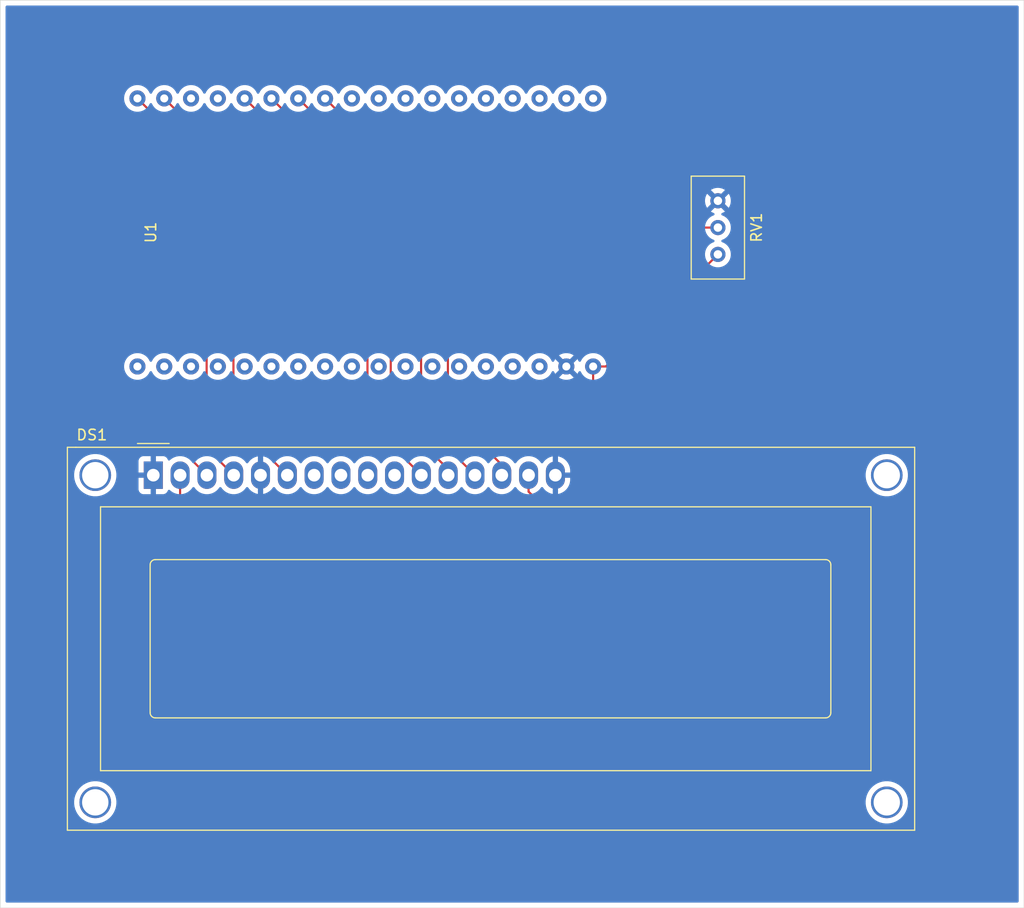
<source format=kicad_pcb>
(kicad_pcb (version 20241229) (generator "pcbnew") (generator_version "9.0")
  (layers (0 "F.Cu" signal) (2 "B.Cu" signal) (13 "F.Paste" user) (15 "B.Paste" user) (5 "F.SilkS" user "F.Silkscreen") (7 "B.SilkS" user "B.Silkscreen") (1 "F.Mask" user) (3 "B.Mask" user) (25 "Edge.Cuts" user))
  (net 0 "")
  (net 2 "Net-(DS1-E)")
  (net 3 "Net-(DS1-D6)")
  (net 6 "Net-(DS1-LED(+))")
  (net 7 "Net-(DS1-RS)")
  (net 8 "Net-(DS1-D5)")
  (net 9 "Net-(DS1-D4)")
  (net 10 "Net-(DS1-VO)")
  (net 12 "Net-(DS1-D7)")
  (net 41 "GND")
  (footprint "Potentiometer_THT:Potentiometer_Bourns_3296W_Vertical" (layer "F.Cu") (at 246.5 55.08 -90)
    (property "Reference" "RV1" (at -2.54 -3.66 90) (layer "F.SilkS"))
    (property "Value" "10k")
    (fp_line (start -7.415 2.53) (end -7.415 -2.52) (stroke (width 0.12)) (layer "F.SilkS"))
    (fp_line (start 2.335 2.53) (end -7.415 2.53) (stroke (width 0.12)) (layer "F.SilkS"))
    (fp_line (start -7.415 -2.52) (end 2.335 -2.52) (stroke (width 0.12)) (layer "F.SilkS"))
    (fp_line (start 2.335 -2.52) (end 2.335 2.53) (stroke (width 0.12)) (layer "F.SilkS"))
    (pad "1" thru_hole circle (at 0 0 270) (size 1.44 1.44) (drill 0.8) (layers "*.Cu" "*.Mask") (net 6 "Net-(DS1-LED(+))"))
    (pad "2" thru_hole circle (at -2.54 0 270) (size 1.44 1.44) (drill 0.8) (layers "*.Cu" "*.Mask") (net 10 "Net-(DS1-VO)"))
    (pad "3" thru_hole circle (at -5.08 0 270) (size 1.44 1.44) (drill 0.8) (layers "*.Cu" "*.Mask") (net 41 "GND"))
  )
  (footprint "doit-esp32-devkit-kicad:ESP32-DOIT-DEVKIT" (layer "F.Cu") (at 188.9575 53 90)
    (property "Reference" "U1" (at 0 3.81 90) (layer "F.SilkS"))
    (property "Value" "DOIT-ESP32-DEVKIT-V1")
    (pad "1" thru_hole circle (at -12.7 2.54 90) (size 1.524 1.524) (drill 0.762) (layers "*.Cu" "*.Mask"))
    (pad "2" thru_hole circle (at -12.7 5.08 90) (size 1.524 1.524) (drill 0.762) (layers "*.Cu" "*.Mask"))
    (pad "3" thru_hole circle (at -12.7 7.62 90) (size 1.524 1.524) (drill 0.762) (layers "*.Cu" "*.Mask"))
    (pad "4" thru_hole circle (at -12.7 10.16 90) (size 1.524 1.524) (drill 0.762) (layers "*.Cu" "*.Mask"))
    (pad "5" thru_hole circle (at -12.7 12.7 90) (size 1.524 1.524) (drill 0.762) (layers "*.Cu" "*.Mask"))
    (pad "6" thru_hole circle (at -12.7 15.24 90) (size 1.524 1.524) (drill 0.762) (layers "*.Cu" "*.Mask"))
    (pad "7" thru_hole circle (at -12.7 17.78 90) (size 1.524 1.524) (drill 0.762) (layers "*.Cu" "*.Mask"))
    (pad "8" thru_hole circle (at -12.7 20.32 90) (size 1.524 1.524) (drill 0.762) (layers "*.Cu" "*.Mask"))
    (pad "9" thru_hole circle (at -12.7 22.86 90) (size 1.524 1.524) (drill 0.762) (layers "*.Cu" "*.Mask"))
    (pad "10" thru_hole circle (at -12.7 25.4 90) (size 1.524 1.524) (drill 0.762) (layers "*.Cu" "*.Mask"))
    (pad "11" thru_hole circle (at -12.7 27.94 90) (size 1.524 1.524) (drill 0.762) (layers "*.Cu" "*.Mask"))
    (pad "12" thru_hole circle (at -12.7 30.48 90) (size 1.524 1.524) (drill 0.762) (layers "*.Cu" "*.Mask"))
    (pad "13" thru_hole circle (at -12.7 33.02 90) (size 1.524 1.524) (drill 0.762) (layers "*.Cu" "*.Mask"))
    (pad "14" thru_hole circle (at -12.7 35.56 90) (size 1.524 1.524) (drill 0.762) (layers "*.Cu" "*.Mask"))
    (pad "15" thru_hole circle (at -12.7 38.1 90) (size 1.524 1.524) (drill 0.762) (layers "*.Cu" "*.Mask"))
    (pad "16" thru_hole circle (at -12.7 40.64 90) (size 1.524 1.524) (drill 0.762) (layers "*.Cu" "*.Mask"))
    (pad "17" thru_hole circle (at -12.7 43.18 90) (size 1.524 1.524) (drill 0.762) (layers "*.Cu" "*.Mask") (net 41 "GND"))
    (pad "18" thru_hole circle (at -12.7 45.72 90) (size 1.524 1.524) (drill 0.762) (layers "*.Cu" "*.Mask") (net 6 "Net-(DS1-LED(+))"))
    (pad "19" thru_hole circle (at 12.7 45.72 90) (size 1.524 1.524) (drill 0.762) (layers "*.Cu" "*.Mask"))
    (pad "20" thru_hole circle (at 12.7 43.18 90) (size 1.524 1.524) (drill 0.762) (layers "*.Cu" "*.Mask"))
    (pad "21" thru_hole circle (at 12.7 40.64 90) (size 1.524 1.524) (drill 0.762) (layers "*.Cu" "*.Mask"))
    (pad "22" thru_hole circle (at 12.7 38.1 90) (size 1.524 1.524) (drill 0.762) (layers "*.Cu" "*.Mask"))
    (pad "23" thru_hole circle (at 12.7 35.56 90) (size 1.524 1.524) (drill 0.762) (layers "*.Cu" "*.Mask"))
    (pad "24" thru_hole circle (at 12.7 33.02 90) (size 1.524 1.524) (drill 0.762) (layers "*.Cu" "*.Mask"))
    (pad "25" thru_hole circle (at 12.7 30.48 90) (size 1.524 1.524) (drill 0.762) (layers "*.Cu" "*.Mask"))
    (pad "26" thru_hole circle (at 12.7 27.94 90) (size 1.524 1.524) (drill 0.762) (layers "*.Cu" "*.Mask"))
    (pad "27" thru_hole circle (at 12.7 25.4 90) (size 1.524 1.524) (drill 0.762) (layers "*.Cu" "*.Mask"))
    (pad "28" thru_hole circle (at 12.7 22.86 90) (size 1.524 1.524) (drill 0.762) (layers "*.Cu" "*.Mask"))
    (pad "29" thru_hole circle (at 12.7 20.32 90) (size 1.524 1.524) (drill 0.762) (layers "*.Cu" "*.Mask") (net 12 "Net-(DS1-D7)"))
    (pad "30" thru_hole circle (at 12.7 17.78 90) (size 1.524 1.524) (drill 0.762) (layers "*.Cu" "*.Mask") (net 3 "Net-(DS1-D6)"))
    (pad "31" thru_hole circle (at 12.7 15.24 90) (size 1.524 1.524) (drill 0.762) (layers "*.Cu" "*.Mask") (net 8 "Net-(DS1-D5)"))
    (pad "32" thru_hole circle (at 12.7 12.7 90) (size 1.524 1.524) (drill 0.762) (layers "*.Cu" "*.Mask") (net 9 "Net-(DS1-D4)"))
    (pad "33" thru_hole circle (at 12.7 10.16 90) (size 1.524 1.524) (drill 0.762) (layers "*.Cu" "*.Mask"))
    (pad "34" thru_hole circle (at 12.7 7.62 90) (size 1.524 1.524) (drill 0.762) (layers "*.Cu" "*.Mask"))
    (pad "35" thru_hole circle (at 12.7 5.08 90) (size 1.524 1.524) (drill 0.762) (layers "*.Cu" "*.Mask") (net 2 "Net-(DS1-E)"))
    (pad "36" thru_hole circle (at 12.7 2.54 90) (size 1.524 1.524) (drill 0.762) (layers "*.Cu" "*.Mask") (net 7 "Net-(DS1-RS)"))
  )
  (footprint "Display:WC1602A" (layer "F.Cu") (at 193.00052 75.9993)
    (property "Reference" "DS1" (at -5.82 -3.81 0) (layer "F.SilkS"))
    (property "Value" "WC1602A")
    (fp_line (start -8.14 -2.64) (end -8.14 33.64) (stroke (width 0.12)) (layer "F.SilkS"))
    (fp_line (start -8.14 33.64) (end 72.14 33.64) (stroke (width 0.12)) (layer "F.SilkS"))
    (fp_line (start -8.13 -2.64) (end -7.34 -2.64) (stroke (width 0.12)) (layer "F.SilkS"))
    (fp_line (start -5 3) (end 68 3) (stroke (width 0.12)) (layer "F.SilkS"))
    (fp_line (start -5 28) (end -5 3) (stroke (width 0.12)) (layer "F.SilkS"))
    (fp_line (start -1.5 -3) (end 1.5 -3) (stroke (width 0.12)) (layer "F.SilkS"))
    (fp_line (start -0.29972 22.49932) (end -0.29972 8.5) (stroke (width 0.12)) (layer "F.SilkS"))
    (fp_line (start 0.2 8) (end 63.7 8) (stroke (width 0.12)) (layer "F.SilkS"))
    (fp_line (start 63.70066 23) (end 0.2 23) (stroke (width 0.12)) (layer "F.SilkS"))
    (fp_line (start 64.2 8.5) (end 64.2 22.5) (stroke (width 0.12)) (layer "F.SilkS"))
    (fp_line (start 68 3) (end 68 28) (stroke (width 0.12)) (layer "F.SilkS"))
    (fp_line (start 68 28) (end -5 28) (stroke (width 0.12)) (layer "F.SilkS"))
    (fp_line (start 72.14 -2.64) (end -7.34 -2.64) (stroke (width 0.12)) (layer "F.SilkS"))
    (fp_line (start 72.14 33.64) (end 72.14 -2.64) (stroke (width 0.12)) (layer "F.SilkS"))
    (fp_arc (start -0.29972 8.49884) (mid -0.153162 8.145018) (end 0.20066 7.99846) (stroke (width 0.12)) (layer "F.SilkS"))
    (fp_arc (start 0.20066 22.9997) (mid -0.153162 22.853142) (end -0.29972 22.49932) (stroke (width 0.12)) (layer "F.SilkS"))
    (fp_arc (start 63.7 8) (mid 64.053553 8.146447) (end 64.2 8.5) (stroke (width 0.12)) (layer "F.SilkS"))
    (fp_arc (start 64.20104 22.49932) (mid 64.054482 22.853142) (end 63.70066 22.9997) (stroke (width 0.12)) (layer "F.SilkS"))
    (pad "" thru_hole circle (at -5.4991 0) (size 3 3) (drill 2.5) (layers "*.Cu" "*.Mask"))
    (pad "" thru_hole circle (at -5.4991 31.0007) (size 3 3) (drill 2.5) (layers "*.Cu" "*.Mask"))
    (pad "" thru_hole circle (at 69.49948 31.0007) (size 3 3) (drill 2.5) (layers "*.Cu" "*.Mask"))
    (pad "" thru_hole circle (at 69.5 0) (size 3 3) (drill 2.5) (layers "*.Cu" "*.Mask"))
    (pad "1" thru_hole rect (at 0 0) (size 1.8 2.6) (drill 1.2) (layers "*.Cu" "*.Mask") (net 41 "GND"))
    (pad "2" thru_hole oval (at 2.54 0) (size 1.8 2.6) (drill 1.2) (layers "*.Cu" "*.Mask") (net 6 "Net-(DS1-LED(+))"))
    (pad "3" thru_hole oval (at 5.08 0) (size 1.8 2.6) (drill 1.2) (layers "*.Cu" "*.Mask") (net 10 "Net-(DS1-VO)"))
    (pad "4" thru_hole oval (at 7.62 0) (size 1.8 2.6) (drill 1.2) (layers "*.Cu" "*.Mask") (net 7 "Net-(DS1-RS)"))
    (pad "5" thru_hole oval (at 10.16 0) (size 1.8 2.6) (drill 1.2) (layers "*.Cu" "*.Mask") (net 41 "GND"))
    (pad "6" thru_hole oval (at 12.7 0) (size 1.8 2.6) (drill 1.2) (layers "*.Cu" "*.Mask") (net 2 "Net-(DS1-E)"))
    (pad "7" thru_hole oval (at 15.24 0) (size 1.8 2.6) (drill 1.2) (layers "*.Cu" "*.Mask"))
    (pad "8" thru_hole oval (at 17.78 0) (size 1.8 2.6) (drill 1.2) (layers "*.Cu" "*.Mask"))
    (pad "9" thru_hole oval (at 20.32 0) (size 1.8 2.6) (drill 1.2) (layers "*.Cu" "*.Mask"))
    (pad "10" thru_hole oval (at 22.86 0) (size 1.8 2.6) (drill 1.2) (layers "*.Cu" "*.Mask"))
    (pad "11" thru_hole oval (at 25.4 0) (size 1.8 2.6) (drill 1.2) (layers "*.Cu" "*.Mask") (net 9 "Net-(DS1-D4)"))
    (pad "12" thru_hole oval (at 27.94 0) (size 1.8 2.6) (drill 1.2) (layers "*.Cu" "*.Mask") (net 8 "Net-(DS1-D5)"))
    (pad "13" thru_hole oval (at 30.48 0) (size 1.8 2.6) (drill 1.2) (layers "*.Cu" "*.Mask") (net 3 "Net-(DS1-D6)"))
    (pad "14" thru_hole oval (at 33.02 0) (size 1.8 2.6) (drill 1.2) (layers "*.Cu" "*.Mask") (net 12 "Net-(DS1-D7)"))
    (pad "15" thru_hole oval (at 35.56 0) (size 1.8 2.6) (drill 1.2) (layers "*.Cu" "*.Mask") (net 6 "Net-(DS1-LED(+))"))
    (pad "16" thru_hole oval (at 38.1 0) (size 1.8 2.6) (drill 1.2) (layers "*.Cu" "*.Mask") (net 41 "GND"))
  )
  (gr_rect (start 178.5 31) (end 275.5 117) (stroke (width 0.05)) (fill no) (layer "Edge.Cuts"))
  (segment (start 200.5945 46.857) (end 200.5945 70.89328) (width 0.2) (layer "F.Cu") (net 2))
  (segment (start 194.0375 40.3) (end 200.5945 46.857) (width 0.2) (layer "F.Cu") (net 2))
  (segment (start 200.5945 70.89328) (end 205.70052 75.9993) (width 0.2) (layer "F.Cu") (net 2))
  (segment (start 218.3745 64.6255) (end 218.3745 70.89328) (width 0.2) (layer "F.Cu") (net 3))
  (segment (start 218.5 64.5) (end 218.3745 64.6255) (width 0.2) (layer "F.Cu") (net 3))
  (segment (start 206.7375 40.3) (end 218.5 52.0625) (width 0.2) (layer "F.Cu") (net 3))
  (segment (start 218.5 52.0625) (end 218.5 64.5) (width 0.2) (layer "F.Cu") (net 3))
  (segment (start 218.3745 70.89328) (end 223.48052 75.9993) (width 0.2) (layer "F.Cu") (net 3))
  (segment (start 199.5 82) (end 195.54052 78.04052) (width 0.2) (layer "F.Cu") (net 6))
  (segment (start 234.6775 81.8225) (end 234.5 82) (width 0.2) (layer "F.Cu") (net 6))
  (segment (start 233 82) (end 199.5 82) (width 0.2) (layer "F.Cu") (net 6))
  (segment (start 234.6775 65.7) (end 235.88 65.7) (width 0.2) (layer "F.Cu") (net 6))
  (segment (start 234.6775 65.7) (end 234.6775 81.8225) (width 0.2) (layer "F.Cu") (net 6))
  (segment (start 235.88 65.7) (end 246.5 55.08) (width 0.2) (layer "F.Cu") (net 6))
  (segment (start 234.5 82) (end 233 82) (width 0.2) (layer "F.Cu") (net 6))
  (segment (start 228.56052 77.56052) (end 233 82) (width 0.2) (layer "F.Cu") (net 6))
  (segment (start 195.54052 78.04052) (end 195.54052 75.9993) (width 0.2) (layer "F.Cu") (net 6))
  (segment (start 228.56052 75.9993) (end 228.56052 77.56052) (width 0.2) (layer "F.Cu") (net 6))
  (segment (start 198.0545 73.43328) (end 200.62052 75.9993) (width 0.2) (layer "F.Cu") (net 7))
  (segment (start 198.0545 46.857) (end 198.0545 73.43328) (width 0.2) (layer "F.Cu") (net 7))
  (segment (start 191.4975 40.3) (end 198.0545 46.857) (width 0.2) (layer "F.Cu") (net 7))
  (segment (start 215.5 70) (end 220.94052 75.44052) (width 0.2) (layer "F.Cu") (net 8))
  (segment (start 204.1975 40.3) (end 215.5 51.6025) (width 0.2) (layer "F.Cu") (net 8))
  (segment (start 220.94052 75.44052) (end 220.94052 75.9993) (width 0.2) (layer "F.Cu") (net 8))
  (segment (start 215.5 51.6025) (end 215.5 70) (width 0.2) (layer "F.Cu") (net 8))
  (segment (start 213.2945 51.937) (end 213.2945 70.89328) (width 0.2) (layer "F.Cu") (net 9))
  (segment (start 213.2945 70.89328) (end 218.40052 75.9993) (width 0.2) (layer "F.Cu") (net 9))
  (segment (start 201.6575 40.3) (end 213.2945 51.937) (width 0.2) (layer "F.Cu") (net 9))
  (segment (start 183.5 69.5) (end 182 68) (width 0.2) (layer "F.Cu") (net 10))
  (segment (start 182 68) (end 182 43) (width 0.2) (layer "F.Cu") (net 10))
  (segment (start 191.58122 69.5) (end 183.5 69.5) (width 0.2) (layer "F.Cu") (net 10))
  (segment (start 188 37) (end 238.5 37) (width 0.2) (layer "F.Cu") (net 10))
  (segment (start 244.54 52.54) (end 246.5 52.54) (width 0.2) (layer "F.Cu") (net 10))
  (segment (start 182 43) (end 188 37) (width 0.2) (layer "F.Cu") (net 10))
  (segment (start 240.5 39) (end 240.5 48.5) (width 0.2) (layer "F.Cu") (net 10))
  (segment (start 198.08052 75.9993) (end 191.58122 69.5) (width 0.2) (layer "F.Cu") (net 10))
  (segment (start 238.5 37) (end 240.5 39) (width 0.2) (layer "F.Cu") (net 10))
  (segment (start 240.5 48.5) (end 244.54 52.54) (width 0.2) (layer "F.Cu") (net 10))
  (segment (start 226.02052 75.02052) (end 226.02052 75.9993) (width 0.2) (layer "F.Cu") (net 12))
  (segment (start 220.9145 52.0855) (end 220.9145 69.9145) (width 0.2) (layer "F.Cu") (net 12))
  (segment (start 209.2775 40.3) (end 220.9775 52) (width 0.2) (layer "F.Cu") (net 12))
  (segment (start 221 52) (end 220.9145 52.0855) (width 0.2) (layer "F.Cu") (net 12))
  (segment (start 220.9775 52) (end 221 52) (width 0.2) (layer "F.Cu") (net 12))
  (segment (start 220.9145 69.9145) (end 226.02052 75.02052) (width 0.2) (layer "F.Cu") (net 12))
  (zone (net 41) (net_name "GND") (layer "B.Cu") (connect_pads (clearance 0.5)) (min_thickness 0.25) (fill yes (thermal_gap 0.5) (thermal_bridge_width 0.5))
    (polygon (pts (xy 178.5 31) (xy 275.5 31) (xy 275.5 117) (xy 178.5 117)))
  )
)
</source>
